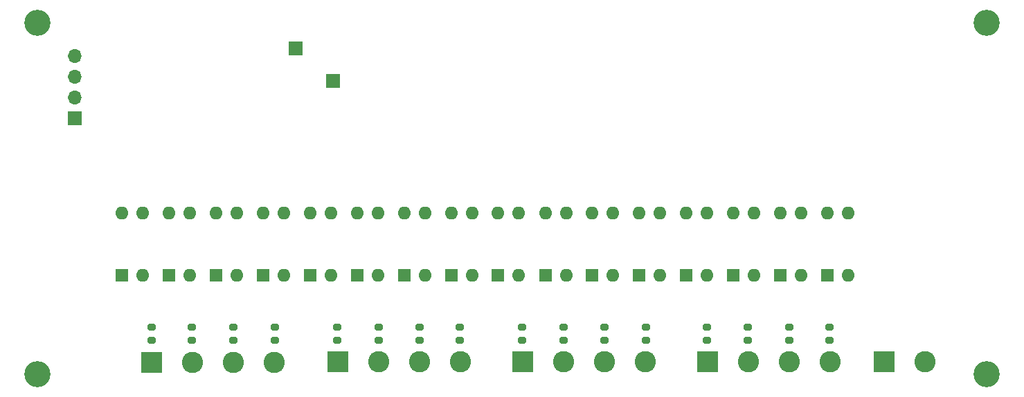
<source format=gbs>
G04 #@! TF.GenerationSoftware,KiCad,Pcbnew,7.0.1*
G04 #@! TF.CreationDate,2023-06-13T03:05:23-04:00*
G04 #@! TF.ProjectId,i2c 24vin,69326320-3234-4766-996e-2e6b69636164,rev?*
G04 #@! TF.SameCoordinates,Original*
G04 #@! TF.FileFunction,Soldermask,Bot*
G04 #@! TF.FilePolarity,Negative*
%FSLAX46Y46*%
G04 Gerber Fmt 4.6, Leading zero omitted, Abs format (unit mm)*
G04 Created by KiCad (PCBNEW 7.0.1) date 2023-06-13 03:05:23*
%MOMM*%
%LPD*%
G01*
G04 APERTURE LIST*
G04 Aperture macros list*
%AMRoundRect*
0 Rectangle with rounded corners*
0 $1 Rounding radius*
0 $2 $3 $4 $5 $6 $7 $8 $9 X,Y pos of 4 corners*
0 Add a 4 corners polygon primitive as box body*
4,1,4,$2,$3,$4,$5,$6,$7,$8,$9,$2,$3,0*
0 Add four circle primitives for the rounded corners*
1,1,$1+$1,$2,$3*
1,1,$1+$1,$4,$5*
1,1,$1+$1,$6,$7*
1,1,$1+$1,$8,$9*
0 Add four rect primitives between the rounded corners*
20,1,$1+$1,$2,$3,$4,$5,0*
20,1,$1+$1,$4,$5,$6,$7,0*
20,1,$1+$1,$6,$7,$8,$9,0*
20,1,$1+$1,$8,$9,$2,$3,0*%
G04 Aperture macros list end*
%ADD10R,2.600000X2.600000*%
%ADD11C,2.600000*%
%ADD12R,1.600000X1.600000*%
%ADD13O,1.600000X1.600000*%
%ADD14C,3.200000*%
%ADD15R,1.700000X1.700000*%
%ADD16O,1.700000X1.700000*%
%ADD17RoundRect,0.200000X-0.275000X0.200000X-0.275000X-0.200000X0.275000X-0.200000X0.275000X0.200000X0*%
G04 APERTURE END LIST*
D10*
X153703000Y-125313000D03*
D11*
X158703000Y-125313000D03*
X163703000Y-125313000D03*
X168703000Y-125313000D03*
D12*
X162225000Y-114800000D03*
D13*
X164765000Y-114800000D03*
X164765000Y-107180000D03*
X162225000Y-107180000D03*
D12*
X133500000Y-114800000D03*
D13*
X136040000Y-114800000D03*
X136040000Y-107180000D03*
X133500000Y-107180000D03*
D12*
X191000000Y-114800000D03*
D13*
X193540000Y-114800000D03*
X193540000Y-107180000D03*
X191000000Y-107180000D03*
D12*
X156500000Y-114800000D03*
D13*
X159040000Y-114800000D03*
X159040000Y-107180000D03*
X156500000Y-107180000D03*
D10*
X197946000Y-125313000D03*
D11*
X202946000Y-125313000D03*
D10*
X108364000Y-125440000D03*
D11*
X113364000Y-125440000D03*
X118364000Y-125440000D03*
X123364000Y-125440000D03*
D12*
X110460000Y-114800000D03*
D13*
X113000000Y-114800000D03*
X113000000Y-107180000D03*
X110460000Y-107180000D03*
D12*
X168000000Y-114800000D03*
D13*
X170540000Y-114800000D03*
X170540000Y-107180000D03*
X168000000Y-107180000D03*
D14*
X94400000Y-83834000D03*
D10*
X131097000Y-125313000D03*
D11*
X136097000Y-125313000D03*
X141097000Y-125313000D03*
X146097000Y-125313000D03*
D15*
X99000000Y-95544000D03*
D16*
X99000000Y-93004000D03*
X99000000Y-90464000D03*
X99000000Y-87924000D03*
D12*
X150725000Y-114800000D03*
D13*
X153265000Y-114800000D03*
X153265000Y-107180000D03*
X150725000Y-107180000D03*
D12*
X139225000Y-114800000D03*
D13*
X141765000Y-114800000D03*
X141765000Y-107180000D03*
X139225000Y-107180000D03*
D10*
X176309000Y-125313000D03*
D11*
X181309000Y-125313000D03*
X186309000Y-125313000D03*
X191309000Y-125313000D03*
D15*
X130500000Y-91000000D03*
D14*
X210479000Y-83834000D03*
D12*
X127725000Y-114800000D03*
D13*
X130265000Y-114800000D03*
X130265000Y-107180000D03*
X127725000Y-107180000D03*
D12*
X179500000Y-114800000D03*
D13*
X182040000Y-114800000D03*
X182040000Y-107180000D03*
X179500000Y-107180000D03*
D12*
X116225000Y-114800000D03*
D13*
X118765000Y-114800000D03*
X118765000Y-107180000D03*
X116225000Y-107180000D03*
D15*
X126000000Y-87000000D03*
D12*
X122000000Y-114800000D03*
D13*
X124540000Y-114800000D03*
X124540000Y-107180000D03*
X122000000Y-107180000D03*
D14*
X210479000Y-126913000D03*
D12*
X173725000Y-114800000D03*
D13*
X176265000Y-114800000D03*
X176265000Y-107180000D03*
X173725000Y-107180000D03*
D12*
X145000000Y-114800000D03*
D13*
X147540000Y-114800000D03*
X147540000Y-107180000D03*
X145000000Y-107180000D03*
D12*
X185225000Y-114800000D03*
D13*
X187765000Y-114800000D03*
X187765000Y-107180000D03*
X185225000Y-107180000D03*
D14*
X94400000Y-126913000D03*
D12*
X104725000Y-114800000D03*
D13*
X107265000Y-114800000D03*
X107265000Y-107180000D03*
X104725000Y-107180000D03*
D17*
X131064000Y-121095000D03*
X131064000Y-122745000D03*
X181229000Y-121095000D03*
X181229000Y-122745000D03*
X168783000Y-121095000D03*
X168783000Y-122745000D03*
X108331000Y-121095000D03*
X108331000Y-122745000D03*
X146050000Y-121095000D03*
X146050000Y-122745000D03*
X153670000Y-121095000D03*
X153670000Y-122745000D03*
X136144000Y-121095000D03*
X136144000Y-122745000D03*
X123444000Y-121095000D03*
X123444000Y-122745000D03*
X176276000Y-121095000D03*
X176276000Y-122745000D03*
X191262000Y-121095000D03*
X191262000Y-122745000D03*
X163703000Y-121095000D03*
X163703000Y-122745000D03*
X118364000Y-121095000D03*
X118364000Y-122745000D03*
X186309000Y-121095000D03*
X186309000Y-122745000D03*
X158750000Y-121095000D03*
X158750000Y-122745000D03*
X141097000Y-121095000D03*
X141097000Y-122745000D03*
X113284000Y-121095000D03*
X113284000Y-122745000D03*
M02*

</source>
